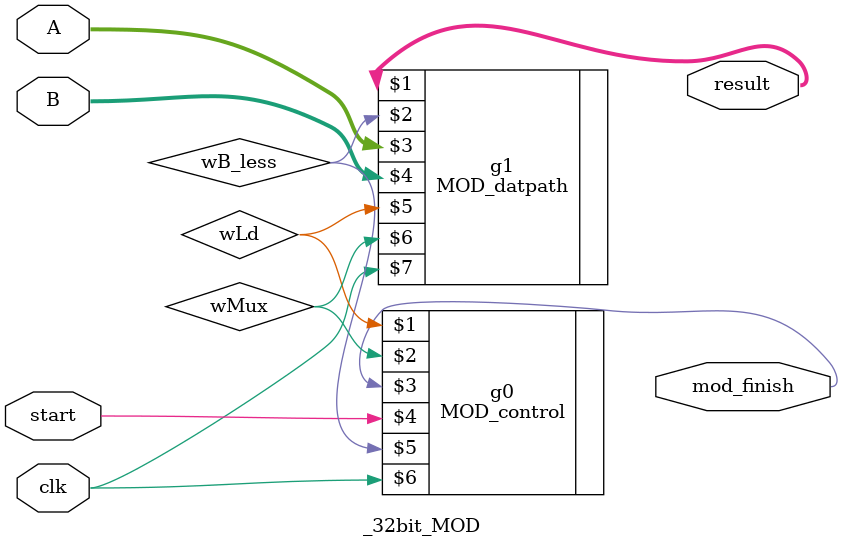
<source format=v>
module _32bit_MOD(result, mod_finish, A, B, start, clk);
output [31:0] result;
output mod_finish;
input [31:0] A;
input [31:0] B;
input start, clk;

wire wLd, wMux, wB_less;

MOD_control g0(wLd, wMux, mod_finish, start, wB_less, clk);
MOD_datpath g1(result, wB_less, A, B, wLd, wMux, clk);



endmodule

</source>
